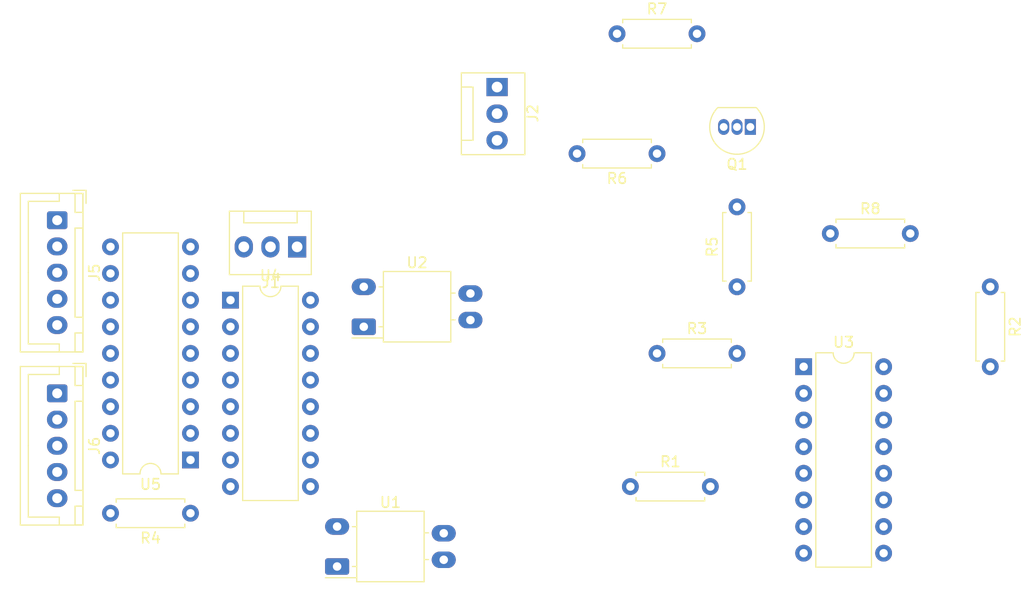
<source format=kicad_pcb>
(kicad_pcb (version 20171130) (host pcbnew "(5.1.0)-1")

  (general
    (thickness 1.6)
    (drawings 0)
    (tracks 0)
    (zones 0)
    (modules 18)
    (nets 31)
  )

  (page A4)
  (title_block
    (title "Inner Navball")
    (rev v01)
    (comment 4 "Author: Francois Gaudin")
  )

  (layers
    (0 F.Cu signal)
    (31 B.Cu signal)
    (32 B.Adhes user)
    (33 F.Adhes user)
    (34 B.Paste user)
    (35 F.Paste user)
    (36 B.SilkS user)
    (37 F.SilkS user)
    (38 B.Mask user)
    (39 F.Mask user)
    (40 Dwgs.User user)
    (41 Cmts.User user)
    (42 Eco1.User user)
    (43 Eco2.User user)
    (44 Edge.Cuts user)
    (45 Margin user)
    (46 B.CrtYd user)
    (47 F.CrtYd user)
    (48 B.Fab user)
    (49 F.Fab user)
  )

  (setup
    (last_trace_width 0.254)
    (trace_clearance 0.254)
    (zone_clearance 0.508)
    (zone_45_only no)
    (trace_min 0.2)
    (via_size 0.8)
    (via_drill 0.4)
    (via_min_size 0.4)
    (via_min_drill 0.3)
    (uvia_size 0.3)
    (uvia_drill 0.1)
    (uvias_allowed no)
    (uvia_min_size 0.2)
    (uvia_min_drill 0.1)
    (edge_width 0.05)
    (segment_width 0.2)
    (pcb_text_width 0.3)
    (pcb_text_size 1.5 1.5)
    (mod_edge_width 0.12)
    (mod_text_size 1 1)
    (mod_text_width 0.15)
    (pad_size 1.524 1.524)
    (pad_drill 0.762)
    (pad_to_mask_clearance 0.051)
    (solder_mask_min_width 0.25)
    (aux_axis_origin 0 0)
    (visible_elements 7FFFFFFF)
    (pcbplotparams
      (layerselection 0x010fc_ffffffff)
      (usegerberextensions false)
      (usegerberattributes false)
      (usegerberadvancedattributes false)
      (creategerberjobfile false)
      (excludeedgelayer true)
      (linewidth 0.100000)
      (plotframeref false)
      (viasonmask false)
      (mode 1)
      (useauxorigin false)
      (hpglpennumber 1)
      (hpglpenspeed 20)
      (hpglpendiameter 15.000000)
      (psnegative false)
      (psa4output false)
      (plotreference true)
      (plotvalue true)
      (plotinvisibletext false)
      (padsonsilk false)
      (subtractmaskfromsilk false)
      (outputformat 1)
      (mirror false)
      (drillshape 1)
      (scaleselection 1)
      (outputdirectory ""))
  )

  (net 0 "")
  (net 1 latch)
  (net 2 +5V)
  (net 3 GND)
  (net 4 serial_out)
  (net 5 clock)
  (net 6 serial_in)
  (net 7 "Net-(J5-Pad5)")
  (net 8 "Net-(J5-Pad4)")
  (net 9 "Net-(J5-Pad3)")
  (net 10 "Net-(J5-Pad2)")
  (net 11 "Net-(J6-Pad2)")
  (net 12 "Net-(J6-Pad3)")
  (net 13 "Net-(J6-Pad4)")
  (net 14 "Net-(J6-Pad5)")
  (net 15 "Net-(Q1-Pad3)")
  (net 16 "Net-(Q1-Pad1)")
  (net 17 "Net-(R1-Pad1)")
  (net 18 "Net-(R2-Pad1)")
  (net 19 "Net-(R3-Pad2)")
  (net 20 "Net-(R4-Pad1)")
  (net 21 "Net-(R5-Pad2)")
  (net 22 "Net-(R6-Pad1)")
  (net 23 "Net-(U4-Pad1)")
  (net 24 "Net-(U4-Pad2)")
  (net 25 "Net-(U4-Pad3)")
  (net 26 "Net-(U4-Pad4)")
  (net 27 "Net-(U4-Pad5)")
  (net 28 "Net-(U4-Pad6)")
  (net 29 "Net-(U4-Pad7)")
  (net 30 "Net-(U4-Pad15)")

  (net_class Default "This is the default net class."
    (clearance 0.254)
    (trace_width 0.254)
    (via_dia 0.8)
    (via_drill 0.4)
    (uvia_dia 0.3)
    (uvia_drill 0.1)
    (add_net GND)
    (add_net "Net-(J5-Pad2)")
    (add_net "Net-(J5-Pad3)")
    (add_net "Net-(J5-Pad4)")
    (add_net "Net-(J5-Pad5)")
    (add_net "Net-(J6-Pad2)")
    (add_net "Net-(J6-Pad3)")
    (add_net "Net-(J6-Pad4)")
    (add_net "Net-(J6-Pad5)")
    (add_net "Net-(Q1-Pad1)")
    (add_net "Net-(Q1-Pad3)")
    (add_net "Net-(R1-Pad1)")
    (add_net "Net-(R2-Pad1)")
    (add_net "Net-(R3-Pad2)")
    (add_net "Net-(R4-Pad1)")
    (add_net "Net-(R5-Pad2)")
    (add_net "Net-(R6-Pad1)")
    (add_net "Net-(U4-Pad1)")
    (add_net "Net-(U4-Pad15)")
    (add_net "Net-(U4-Pad2)")
    (add_net "Net-(U4-Pad3)")
    (add_net "Net-(U4-Pad4)")
    (add_net "Net-(U4-Pad5)")
    (add_net "Net-(U4-Pad6)")
    (add_net "Net-(U4-Pad7)")
    (add_net clock)
    (add_net latch)
    (add_net serial_in)
    (add_net serial_out)
  )

  (net_class power ""
    (clearance 0.254)
    (trace_width 0.254)
    (via_dia 0.8)
    (via_drill 0.4)
    (uvia_dia 0.3)
    (uvia_drill 0.1)
    (add_net +5V)
  )

  (module Connector:FanPinHeader_1x03_P2.54mm_Vertical (layer F.Cu) (tedit 5A19DCDF) (tstamp 5CA5A3C8)
    (at 171.45 66.04 180)
    (descr "3-pin CPU fan Through hole pin header, see http://www.formfactors.org/developer%5Cspecs%5Crev1_2_public.pdf")
    (tags "pin header 3-pin CPU fan")
    (path /5C96B123)
    (fp_text reference J1 (at 2.5 -3.4 180) (layer F.SilkS)
      (effects (font (size 1 1) (thickness 0.15)))
    )
    (fp_text value L5G (at 2.55 4.5 180) (layer F.Fab)
      (effects (font (size 1 1) (thickness 0.15)))
    )
    (fp_text user %R (at 2.45 1.8 180) (layer F.Fab)
      (effects (font (size 1 1) (thickness 0.15)))
    )
    (fp_line (start -1.35 3.4) (end -1.35 -2.65) (layer F.SilkS) (width 0.12))
    (fp_line (start -1.35 -2.65) (end 6.45 -2.65) (layer F.SilkS) (width 0.12))
    (fp_line (start 6.45 -2.65) (end 6.45 3.4) (layer F.SilkS) (width 0.12))
    (fp_line (start 6.45 3.4) (end -1.35 3.4) (layer F.SilkS) (width 0.12))
    (fp_line (start 5.05 3.3) (end 5.05 2.3) (layer F.Fab) (width 0.1))
    (fp_line (start 5.05 2.3) (end 0 2.3) (layer F.Fab) (width 0.1))
    (fp_line (start 0 2.3) (end 0 3.3) (layer F.Fab) (width 0.1))
    (fp_line (start -1.25 3.3) (end -1.25 -2.55) (layer F.Fab) (width 0.1))
    (fp_line (start -1.25 -2.55) (end 6.35 -2.55) (layer F.Fab) (width 0.1))
    (fp_line (start 6.35 -2.55) (end 6.35 3.3) (layer F.Fab) (width 0.1))
    (fp_line (start 6.35 3.3) (end -1.25 3.3) (layer F.Fab) (width 0.1))
    (fp_line (start 0 3.3) (end 0 2.29) (layer F.SilkS) (width 0.12))
    (fp_line (start 0 2.29) (end 5.08 2.29) (layer F.SilkS) (width 0.12))
    (fp_line (start 5.08 2.29) (end 5.08 3.3) (layer F.SilkS) (width 0.12))
    (fp_line (start -1.75 3.8) (end -1.75 -3.05) (layer F.CrtYd) (width 0.05))
    (fp_line (start -1.75 3.8) (end 6.85 3.8) (layer F.CrtYd) (width 0.05))
    (fp_line (start 6.85 -3.05) (end -1.75 -3.05) (layer F.CrtYd) (width 0.05))
    (fp_line (start 6.85 -3.05) (end 6.85 3.8) (layer F.CrtYd) (width 0.05))
    (pad 1 thru_hole rect (at 0 0 270) (size 2.03 1.73) (drill 1.02) (layers *.Cu *.Mask)
      (net 1 latch))
    (pad 2 thru_hole oval (at 2.54 0 270) (size 2.03 1.73) (drill 1.02) (layers *.Cu *.Mask)
      (net 2 +5V))
    (pad 3 thru_hole oval (at 5.08 0 270) (size 2.03 1.73) (drill 1.02) (layers *.Cu *.Mask)
      (net 3 GND))
    (model ${KISYS3DMOD}/Connector.3dshapes/FanPinHeader_1x03_P2.54mm_Vertical.wrl
      (at (xyz 0 0 0))
      (scale (xyz 1 1 1))
      (rotate (xyz 0 0 0))
    )
  )

  (module Connector:FanPinHeader_1x03_P2.54mm_Vertical (layer F.Cu) (tedit 5A19DCDF) (tstamp 5CA5A1D7)
    (at 190.5 50.8 270)
    (descr "3-pin CPU fan Through hole pin header, see http://www.formfactors.org/developer%5Cspecs%5Crev1_2_public.pdf")
    (tags "pin header 3-pin CPU fan")
    (path /5C96613B)
    (fp_text reference J2 (at 2.5 -3.4 270) (layer F.SilkS)
      (effects (font (size 1 1) (thickness 0.15)))
    )
    (fp_text value ICO (at 2.55 4.5 270) (layer F.Fab)
      (effects (font (size 1 1) (thickness 0.15)))
    )
    (fp_line (start 6.85 -3.05) (end 6.85 3.8) (layer F.CrtYd) (width 0.05))
    (fp_line (start 6.85 -3.05) (end -1.75 -3.05) (layer F.CrtYd) (width 0.05))
    (fp_line (start -1.75 3.8) (end 6.85 3.8) (layer F.CrtYd) (width 0.05))
    (fp_line (start -1.75 3.8) (end -1.75 -3.05) (layer F.CrtYd) (width 0.05))
    (fp_line (start 5.08 2.29) (end 5.08 3.3) (layer F.SilkS) (width 0.12))
    (fp_line (start 0 2.29) (end 5.08 2.29) (layer F.SilkS) (width 0.12))
    (fp_line (start 0 3.3) (end 0 2.29) (layer F.SilkS) (width 0.12))
    (fp_line (start 6.35 3.3) (end -1.25 3.3) (layer F.Fab) (width 0.1))
    (fp_line (start 6.35 -2.55) (end 6.35 3.3) (layer F.Fab) (width 0.1))
    (fp_line (start -1.25 -2.55) (end 6.35 -2.55) (layer F.Fab) (width 0.1))
    (fp_line (start -1.25 3.3) (end -1.25 -2.55) (layer F.Fab) (width 0.1))
    (fp_line (start 0 2.3) (end 0 3.3) (layer F.Fab) (width 0.1))
    (fp_line (start 5.05 2.3) (end 0 2.3) (layer F.Fab) (width 0.1))
    (fp_line (start 5.05 3.3) (end 5.05 2.3) (layer F.Fab) (width 0.1))
    (fp_line (start 6.45 3.4) (end -1.35 3.4) (layer F.SilkS) (width 0.12))
    (fp_line (start 6.45 -2.65) (end 6.45 3.4) (layer F.SilkS) (width 0.12))
    (fp_line (start -1.35 -2.65) (end 6.45 -2.65) (layer F.SilkS) (width 0.12))
    (fp_line (start -1.35 3.4) (end -1.35 -2.65) (layer F.SilkS) (width 0.12))
    (fp_text user %R (at 2.45 1.8 270) (layer F.Fab)
      (effects (font (size 1 1) (thickness 0.15)))
    )
    (pad 3 thru_hole oval (at 5.08 0) (size 2.03 1.73) (drill 1.02) (layers *.Cu *.Mask)
      (net 4 serial_out))
    (pad 2 thru_hole oval (at 2.54 0) (size 2.03 1.73) (drill 1.02) (layers *.Cu *.Mask)
      (net 5 clock))
    (pad 1 thru_hole rect (at 0 0) (size 2.03 1.73) (drill 1.02) (layers *.Cu *.Mask)
      (net 6 serial_in))
    (model ${KISYS3DMOD}/Connector.3dshapes/FanPinHeader_1x03_P2.54mm_Vertical.wrl
      (at (xyz 0 0 0))
      (scale (xyz 1 1 1))
      (rotate (xyz 0 0 0))
    )
  )

  (module Connector_JST:JST_XH_B5B-XH-A_1x05_P2.50mm_Vertical (layer F.Cu) (tedit 5C28146C) (tstamp 5CA5A203)
    (at 148.59 63.5 270)
    (descr "JST XH series connector, B5B-XH-A (http://www.jst-mfg.com/product/pdf/eng/eXH.pdf), generated with kicad-footprint-generator")
    (tags "connector JST XH vertical")
    (path /5C929DB9)
    (fp_text reference J5 (at 5 -3.55 270) (layer F.SilkS)
      (effects (font (size 1 1) (thickness 0.15)))
    )
    (fp_text value Motor1 (at 5 4.6 270) (layer F.Fab)
      (effects (font (size 1 1) (thickness 0.15)))
    )
    (fp_text user %R (at 5 2.7 270) (layer F.Fab)
      (effects (font (size 1 1) (thickness 0.15)))
    )
    (fp_line (start -2.85 -2.75) (end -2.85 -1.5) (layer F.SilkS) (width 0.12))
    (fp_line (start -1.6 -2.75) (end -2.85 -2.75) (layer F.SilkS) (width 0.12))
    (fp_line (start 11.8 2.75) (end 5 2.75) (layer F.SilkS) (width 0.12))
    (fp_line (start 11.8 -0.2) (end 11.8 2.75) (layer F.SilkS) (width 0.12))
    (fp_line (start 12.55 -0.2) (end 11.8 -0.2) (layer F.SilkS) (width 0.12))
    (fp_line (start -1.8 2.75) (end 5 2.75) (layer F.SilkS) (width 0.12))
    (fp_line (start -1.8 -0.2) (end -1.8 2.75) (layer F.SilkS) (width 0.12))
    (fp_line (start -2.55 -0.2) (end -1.8 -0.2) (layer F.SilkS) (width 0.12))
    (fp_line (start 12.55 -2.45) (end 10.75 -2.45) (layer F.SilkS) (width 0.12))
    (fp_line (start 12.55 -1.7) (end 12.55 -2.45) (layer F.SilkS) (width 0.12))
    (fp_line (start 10.75 -1.7) (end 12.55 -1.7) (layer F.SilkS) (width 0.12))
    (fp_line (start 10.75 -2.45) (end 10.75 -1.7) (layer F.SilkS) (width 0.12))
    (fp_line (start -0.75 -2.45) (end -2.55 -2.45) (layer F.SilkS) (width 0.12))
    (fp_line (start -0.75 -1.7) (end -0.75 -2.45) (layer F.SilkS) (width 0.12))
    (fp_line (start -2.55 -1.7) (end -0.75 -1.7) (layer F.SilkS) (width 0.12))
    (fp_line (start -2.55 -2.45) (end -2.55 -1.7) (layer F.SilkS) (width 0.12))
    (fp_line (start 9.25 -2.45) (end 0.75 -2.45) (layer F.SilkS) (width 0.12))
    (fp_line (start 9.25 -1.7) (end 9.25 -2.45) (layer F.SilkS) (width 0.12))
    (fp_line (start 0.75 -1.7) (end 9.25 -1.7) (layer F.SilkS) (width 0.12))
    (fp_line (start 0.75 -2.45) (end 0.75 -1.7) (layer F.SilkS) (width 0.12))
    (fp_line (start 0 -1.35) (end 0.625 -2.35) (layer F.Fab) (width 0.1))
    (fp_line (start -0.625 -2.35) (end 0 -1.35) (layer F.Fab) (width 0.1))
    (fp_line (start 12.95 -2.85) (end -2.95 -2.85) (layer F.CrtYd) (width 0.05))
    (fp_line (start 12.95 3.9) (end 12.95 -2.85) (layer F.CrtYd) (width 0.05))
    (fp_line (start -2.95 3.9) (end 12.95 3.9) (layer F.CrtYd) (width 0.05))
    (fp_line (start -2.95 -2.85) (end -2.95 3.9) (layer F.CrtYd) (width 0.05))
    (fp_line (start 12.56 -2.46) (end -2.56 -2.46) (layer F.SilkS) (width 0.12))
    (fp_line (start 12.56 3.51) (end 12.56 -2.46) (layer F.SilkS) (width 0.12))
    (fp_line (start -2.56 3.51) (end 12.56 3.51) (layer F.SilkS) (width 0.12))
    (fp_line (start -2.56 -2.46) (end -2.56 3.51) (layer F.SilkS) (width 0.12))
    (fp_line (start 12.45 -2.35) (end -2.45 -2.35) (layer F.Fab) (width 0.1))
    (fp_line (start 12.45 3.4) (end 12.45 -2.35) (layer F.Fab) (width 0.1))
    (fp_line (start -2.45 3.4) (end 12.45 3.4) (layer F.Fab) (width 0.1))
    (fp_line (start -2.45 -2.35) (end -2.45 3.4) (layer F.Fab) (width 0.1))
    (pad 5 thru_hole oval (at 10 0 270) (size 1.7 1.95) (drill 0.95) (layers *.Cu *.Mask)
      (net 7 "Net-(J5-Pad5)"))
    (pad 4 thru_hole oval (at 7.5 0 270) (size 1.7 1.95) (drill 0.95) (layers *.Cu *.Mask)
      (net 8 "Net-(J5-Pad4)"))
    (pad 3 thru_hole oval (at 5 0 270) (size 1.7 1.95) (drill 0.95) (layers *.Cu *.Mask)
      (net 9 "Net-(J5-Pad3)"))
    (pad 2 thru_hole oval (at 2.5 0 270) (size 1.7 1.95) (drill 0.95) (layers *.Cu *.Mask)
      (net 10 "Net-(J5-Pad2)"))
    (pad 1 thru_hole roundrect (at 0 0 270) (size 1.7 1.95) (drill 0.95) (layers *.Cu *.Mask) (roundrect_rratio 0.147059)
      (net 2 +5V))
    (model ${KISYS3DMOD}/Connector_JST.3dshapes/JST_XH_B5B-XH-A_1x05_P2.50mm_Vertical.wrl
      (at (xyz 0 0 0))
      (scale (xyz 1 1 1))
      (rotate (xyz 0 0 0))
    )
  )

  (module Connector_JST:JST_XH_B5B-XH-A_1x05_P2.50mm_Vertical (layer F.Cu) (tedit 5C28146C) (tstamp 5CA5A9C3)
    (at 148.59 80.01 270)
    (descr "JST XH series connector, B5B-XH-A (http://www.jst-mfg.com/product/pdf/eng/eXH.pdf), generated with kicad-footprint-generator")
    (tags "connector JST XH vertical")
    (path /5C937EC4)
    (fp_text reference J6 (at 5 -3.55 270) (layer F.SilkS)
      (effects (font (size 1 1) (thickness 0.15)))
    )
    (fp_text value Motor2 (at 5 4.6 270) (layer F.Fab)
      (effects (font (size 1 1) (thickness 0.15)))
    )
    (fp_line (start -2.45 -2.35) (end -2.45 3.4) (layer F.Fab) (width 0.1))
    (fp_line (start -2.45 3.4) (end 12.45 3.4) (layer F.Fab) (width 0.1))
    (fp_line (start 12.45 3.4) (end 12.45 -2.35) (layer F.Fab) (width 0.1))
    (fp_line (start 12.45 -2.35) (end -2.45 -2.35) (layer F.Fab) (width 0.1))
    (fp_line (start -2.56 -2.46) (end -2.56 3.51) (layer F.SilkS) (width 0.12))
    (fp_line (start -2.56 3.51) (end 12.56 3.51) (layer F.SilkS) (width 0.12))
    (fp_line (start 12.56 3.51) (end 12.56 -2.46) (layer F.SilkS) (width 0.12))
    (fp_line (start 12.56 -2.46) (end -2.56 -2.46) (layer F.SilkS) (width 0.12))
    (fp_line (start -2.95 -2.85) (end -2.95 3.9) (layer F.CrtYd) (width 0.05))
    (fp_line (start -2.95 3.9) (end 12.95 3.9) (layer F.CrtYd) (width 0.05))
    (fp_line (start 12.95 3.9) (end 12.95 -2.85) (layer F.CrtYd) (width 0.05))
    (fp_line (start 12.95 -2.85) (end -2.95 -2.85) (layer F.CrtYd) (width 0.05))
    (fp_line (start -0.625 -2.35) (end 0 -1.35) (layer F.Fab) (width 0.1))
    (fp_line (start 0 -1.35) (end 0.625 -2.35) (layer F.Fab) (width 0.1))
    (fp_line (start 0.75 -2.45) (end 0.75 -1.7) (layer F.SilkS) (width 0.12))
    (fp_line (start 0.75 -1.7) (end 9.25 -1.7) (layer F.SilkS) (width 0.12))
    (fp_line (start 9.25 -1.7) (end 9.25 -2.45) (layer F.SilkS) (width 0.12))
    (fp_line (start 9.25 -2.45) (end 0.75 -2.45) (layer F.SilkS) (width 0.12))
    (fp_line (start -2.55 -2.45) (end -2.55 -1.7) (layer F.SilkS) (width 0.12))
    (fp_line (start -2.55 -1.7) (end -0.75 -1.7) (layer F.SilkS) (width 0.12))
    (fp_line (start -0.75 -1.7) (end -0.75 -2.45) (layer F.SilkS) (width 0.12))
    (fp_line (start -0.75 -2.45) (end -2.55 -2.45) (layer F.SilkS) (width 0.12))
    (fp_line (start 10.75 -2.45) (end 10.75 -1.7) (layer F.SilkS) (width 0.12))
    (fp_line (start 10.75 -1.7) (end 12.55 -1.7) (layer F.SilkS) (width 0.12))
    (fp_line (start 12.55 -1.7) (end 12.55 -2.45) (layer F.SilkS) (width 0.12))
    (fp_line (start 12.55 -2.45) (end 10.75 -2.45) (layer F.SilkS) (width 0.12))
    (fp_line (start -2.55 -0.2) (end -1.8 -0.2) (layer F.SilkS) (width 0.12))
    (fp_line (start -1.8 -0.2) (end -1.8 2.75) (layer F.SilkS) (width 0.12))
    (fp_line (start -1.8 2.75) (end 5 2.75) (layer F.SilkS) (width 0.12))
    (fp_line (start 12.55 -0.2) (end 11.8 -0.2) (layer F.SilkS) (width 0.12))
    (fp_line (start 11.8 -0.2) (end 11.8 2.75) (layer F.SilkS) (width 0.12))
    (fp_line (start 11.8 2.75) (end 5 2.75) (layer F.SilkS) (width 0.12))
    (fp_line (start -1.6 -2.75) (end -2.85 -2.75) (layer F.SilkS) (width 0.12))
    (fp_line (start -2.85 -2.75) (end -2.85 -1.5) (layer F.SilkS) (width 0.12))
    (fp_text user %R (at 5 2.7 270) (layer F.Fab)
      (effects (font (size 1 1) (thickness 0.15)))
    )
    (pad 1 thru_hole roundrect (at 0 0 270) (size 1.7 1.95) (drill 0.95) (layers *.Cu *.Mask) (roundrect_rratio 0.147059)
      (net 2 +5V))
    (pad 2 thru_hole oval (at 2.5 0 270) (size 1.7 1.95) (drill 0.95) (layers *.Cu *.Mask)
      (net 11 "Net-(J6-Pad2)"))
    (pad 3 thru_hole oval (at 5 0 270) (size 1.7 1.95) (drill 0.95) (layers *.Cu *.Mask)
      (net 12 "Net-(J6-Pad3)"))
    (pad 4 thru_hole oval (at 7.5 0 270) (size 1.7 1.95) (drill 0.95) (layers *.Cu *.Mask)
      (net 13 "Net-(J6-Pad4)"))
    (pad 5 thru_hole oval (at 10 0 270) (size 1.7 1.95) (drill 0.95) (layers *.Cu *.Mask)
      (net 14 "Net-(J6-Pad5)"))
    (model ${KISYS3DMOD}/Connector_JST.3dshapes/JST_XH_B5B-XH-A_1x05_P2.50mm_Vertical.wrl
      (at (xyz 0 0 0))
      (scale (xyz 1 1 1))
      (rotate (xyz 0 0 0))
    )
  )

  (module Package_TO_SOT_THT:TO-92_Inline (layer F.Cu) (tedit 5A1DD157) (tstamp 5CA5A241)
    (at 214.63 54.61 180)
    (descr "TO-92 leads in-line, narrow, oval pads, drill 0.75mm (see NXP sot054_po.pdf)")
    (tags "to-92 sc-43 sc-43a sot54 PA33 transistor")
    (path /5CA6234B)
    (fp_text reference Q1 (at 1.27 -3.56 180) (layer F.SilkS)
      (effects (font (size 1 1) (thickness 0.15)))
    )
    (fp_text value 2N3904 (at 1.27 2.79) (layer F.Fab)
      (effects (font (size 1 1) (thickness 0.15)))
    )
    (fp_text user %R (at 1.27 -3.56 180) (layer F.Fab)
      (effects (font (size 1 1) (thickness 0.15)))
    )
    (fp_line (start -0.53 1.85) (end 3.07 1.85) (layer F.SilkS) (width 0.12))
    (fp_line (start -0.5 1.75) (end 3 1.75) (layer F.Fab) (width 0.1))
    (fp_line (start -1.46 -2.73) (end 4 -2.73) (layer F.CrtYd) (width 0.05))
    (fp_line (start -1.46 -2.73) (end -1.46 2.01) (layer F.CrtYd) (width 0.05))
    (fp_line (start 4 2.01) (end 4 -2.73) (layer F.CrtYd) (width 0.05))
    (fp_line (start 4 2.01) (end -1.46 2.01) (layer F.CrtYd) (width 0.05))
    (fp_arc (start 1.27 0) (end 1.27 -2.48) (angle 135) (layer F.Fab) (width 0.1))
    (fp_arc (start 1.27 0) (end 1.27 -2.6) (angle -135) (layer F.SilkS) (width 0.12))
    (fp_arc (start 1.27 0) (end 1.27 -2.48) (angle -135) (layer F.Fab) (width 0.1))
    (fp_arc (start 1.27 0) (end 1.27 -2.6) (angle 135) (layer F.SilkS) (width 0.12))
    (pad 2 thru_hole oval (at 1.27 0 180) (size 1.05 1.5) (drill 0.75) (layers *.Cu *.Mask)
      (net 1 latch))
    (pad 3 thru_hole oval (at 2.54 0 180) (size 1.05 1.5) (drill 0.75) (layers *.Cu *.Mask)
      (net 15 "Net-(Q1-Pad3)"))
    (pad 1 thru_hole rect (at 0 0 180) (size 1.05 1.5) (drill 0.75) (layers *.Cu *.Mask)
      (net 16 "Net-(Q1-Pad1)"))
    (model ${KISYS3DMOD}/Package_TO_SOT_THT.3dshapes/TO-92_Inline.wrl
      (at (xyz 0 0 0))
      (scale (xyz 1 1 1))
      (rotate (xyz 0 0 0))
    )
  )

  (module Resistor_THT:R_Axial_DIN0207_L6.3mm_D2.5mm_P7.62mm_Horizontal (layer F.Cu) (tedit 5AE5139B) (tstamp 5CA5AE49)
    (at 203.2 88.9)
    (descr "Resistor, Axial_DIN0207 series, Axial, Horizontal, pin pitch=7.62mm, 0.25W = 1/4W, length*diameter=6.3*2.5mm^2, http://cdn-reichelt.de/documents/datenblatt/B400/1_4W%23YAG.pdf")
    (tags "Resistor Axial_DIN0207 series Axial Horizontal pin pitch 7.62mm 0.25W = 1/4W length 6.3mm diameter 2.5mm")
    (path /5CA504CA)
    (fp_text reference R1 (at 3.81 -2.37) (layer F.SilkS)
      (effects (font (size 1 1) (thickness 0.15)))
    )
    (fp_text value 330 (at 3.81 2.37) (layer F.Fab)
      (effects (font (size 1 1) (thickness 0.15)))
    )
    (fp_line (start 0.66 -1.25) (end 0.66 1.25) (layer F.Fab) (width 0.1))
    (fp_line (start 0.66 1.25) (end 6.96 1.25) (layer F.Fab) (width 0.1))
    (fp_line (start 6.96 1.25) (end 6.96 -1.25) (layer F.Fab) (width 0.1))
    (fp_line (start 6.96 -1.25) (end 0.66 -1.25) (layer F.Fab) (width 0.1))
    (fp_line (start 0 0) (end 0.66 0) (layer F.Fab) (width 0.1))
    (fp_line (start 7.62 0) (end 6.96 0) (layer F.Fab) (width 0.1))
    (fp_line (start 0.54 -1.04) (end 0.54 -1.37) (layer F.SilkS) (width 0.12))
    (fp_line (start 0.54 -1.37) (end 7.08 -1.37) (layer F.SilkS) (width 0.12))
    (fp_line (start 7.08 -1.37) (end 7.08 -1.04) (layer F.SilkS) (width 0.12))
    (fp_line (start 0.54 1.04) (end 0.54 1.37) (layer F.SilkS) (width 0.12))
    (fp_line (start 0.54 1.37) (end 7.08 1.37) (layer F.SilkS) (width 0.12))
    (fp_line (start 7.08 1.37) (end 7.08 1.04) (layer F.SilkS) (width 0.12))
    (fp_line (start -1.05 -1.5) (end -1.05 1.5) (layer F.CrtYd) (width 0.05))
    (fp_line (start -1.05 1.5) (end 8.67 1.5) (layer F.CrtYd) (width 0.05))
    (fp_line (start 8.67 1.5) (end 8.67 -1.5) (layer F.CrtYd) (width 0.05))
    (fp_line (start 8.67 -1.5) (end -1.05 -1.5) (layer F.CrtYd) (width 0.05))
    (fp_text user %R (at 3.81 0) (layer F.Fab)
      (effects (font (size 1 1) (thickness 0.15)))
    )
    (pad 1 thru_hole circle (at 0 0) (size 1.6 1.6) (drill 0.8) (layers *.Cu *.Mask)
      (net 17 "Net-(R1-Pad1)"))
    (pad 2 thru_hole oval (at 7.62 0) (size 1.6 1.6) (drill 0.8) (layers *.Cu *.Mask)
      (net 2 +5V))
    (model ${KISYS3DMOD}/Resistor_THT.3dshapes/R_Axial_DIN0207_L6.3mm_D2.5mm_P7.62mm_Horizontal.wrl
      (at (xyz 0 0 0))
      (scale (xyz 1 1 1))
      (rotate (xyz 0 0 0))
    )
  )

  (module Resistor_THT:R_Axial_DIN0207_L6.3mm_D2.5mm_P7.62mm_Horizontal (layer F.Cu) (tedit 5AE5139B) (tstamp 5CA5A26F)
    (at 237.49 69.85 270)
    (descr "Resistor, Axial_DIN0207 series, Axial, Horizontal, pin pitch=7.62mm, 0.25W = 1/4W, length*diameter=6.3*2.5mm^2, http://cdn-reichelt.de/documents/datenblatt/B400/1_4W%23YAG.pdf")
    (tags "Resistor Axial_DIN0207 series Axial Horizontal pin pitch 7.62mm 0.25W = 1/4W length 6.3mm diameter 2.5mm")
    (path /5CA02A61)
    (fp_text reference R2 (at 3.81 -2.37 270) (layer F.SilkS)
      (effects (font (size 1 1) (thickness 0.15)))
    )
    (fp_text value 330 (at 3.81 2.37 270) (layer F.Fab)
      (effects (font (size 1 1) (thickness 0.15)))
    )
    (fp_text user %R (at 3.81 0 270) (layer F.Fab)
      (effects (font (size 1 1) (thickness 0.15)))
    )
    (fp_line (start 8.67 -1.5) (end -1.05 -1.5) (layer F.CrtYd) (width 0.05))
    (fp_line (start 8.67 1.5) (end 8.67 -1.5) (layer F.CrtYd) (width 0.05))
    (fp_line (start -1.05 1.5) (end 8.67 1.5) (layer F.CrtYd) (width 0.05))
    (fp_line (start -1.05 -1.5) (end -1.05 1.5) (layer F.CrtYd) (width 0.05))
    (fp_line (start 7.08 1.37) (end 7.08 1.04) (layer F.SilkS) (width 0.12))
    (fp_line (start 0.54 1.37) (end 7.08 1.37) (layer F.SilkS) (width 0.12))
    (fp_line (start 0.54 1.04) (end 0.54 1.37) (layer F.SilkS) (width 0.12))
    (fp_line (start 7.08 -1.37) (end 7.08 -1.04) (layer F.SilkS) (width 0.12))
    (fp_line (start 0.54 -1.37) (end 7.08 -1.37) (layer F.SilkS) (width 0.12))
    (fp_line (start 0.54 -1.04) (end 0.54 -1.37) (layer F.SilkS) (width 0.12))
    (fp_line (start 7.62 0) (end 6.96 0) (layer F.Fab) (width 0.1))
    (fp_line (start 0 0) (end 0.66 0) (layer F.Fab) (width 0.1))
    (fp_line (start 6.96 -1.25) (end 0.66 -1.25) (layer F.Fab) (width 0.1))
    (fp_line (start 6.96 1.25) (end 6.96 -1.25) (layer F.Fab) (width 0.1))
    (fp_line (start 0.66 1.25) (end 6.96 1.25) (layer F.Fab) (width 0.1))
    (fp_line (start 0.66 -1.25) (end 0.66 1.25) (layer F.Fab) (width 0.1))
    (pad 2 thru_hole oval (at 7.62 0 270) (size 1.6 1.6) (drill 0.8) (layers *.Cu *.Mask)
      (net 2 +5V))
    (pad 1 thru_hole circle (at 0 0 270) (size 1.6 1.6) (drill 0.8) (layers *.Cu *.Mask)
      (net 18 "Net-(R2-Pad1)"))
    (model ${KISYS3DMOD}/Resistor_THT.3dshapes/R_Axial_DIN0207_L6.3mm_D2.5mm_P7.62mm_Horizontal.wrl
      (at (xyz 0 0 0))
      (scale (xyz 1 1 1))
      (rotate (xyz 0 0 0))
    )
  )

  (module Resistor_THT:R_Axial_DIN0207_L6.3mm_D2.5mm_P7.62mm_Horizontal (layer F.Cu) (tedit 5AE5139B) (tstamp 5CA5A286)
    (at 205.74 76.2)
    (descr "Resistor, Axial_DIN0207 series, Axial, Horizontal, pin pitch=7.62mm, 0.25W = 1/4W, length*diameter=6.3*2.5mm^2, http://cdn-reichelt.de/documents/datenblatt/B400/1_4W%23YAG.pdf")
    (tags "Resistor Axial_DIN0207 series Axial Horizontal pin pitch 7.62mm 0.25W = 1/4W length 6.3mm diameter 2.5mm")
    (path /5CA504E8)
    (fp_text reference R3 (at 3.81 -2.37) (layer F.SilkS)
      (effects (font (size 1 1) (thickness 0.15)))
    )
    (fp_text value 1k (at 3.81 2.37) (layer F.Fab)
      (effects (font (size 1 1) (thickness 0.15)))
    )
    (fp_text user %R (at 3.81 0) (layer F.Fab)
      (effects (font (size 1 1) (thickness 0.15)))
    )
    (fp_line (start 8.67 -1.5) (end -1.05 -1.5) (layer F.CrtYd) (width 0.05))
    (fp_line (start 8.67 1.5) (end 8.67 -1.5) (layer F.CrtYd) (width 0.05))
    (fp_line (start -1.05 1.5) (end 8.67 1.5) (layer F.CrtYd) (width 0.05))
    (fp_line (start -1.05 -1.5) (end -1.05 1.5) (layer F.CrtYd) (width 0.05))
    (fp_line (start 7.08 1.37) (end 7.08 1.04) (layer F.SilkS) (width 0.12))
    (fp_line (start 0.54 1.37) (end 7.08 1.37) (layer F.SilkS) (width 0.12))
    (fp_line (start 0.54 1.04) (end 0.54 1.37) (layer F.SilkS) (width 0.12))
    (fp_line (start 7.08 -1.37) (end 7.08 -1.04) (layer F.SilkS) (width 0.12))
    (fp_line (start 0.54 -1.37) (end 7.08 -1.37) (layer F.SilkS) (width 0.12))
    (fp_line (start 0.54 -1.04) (end 0.54 -1.37) (layer F.SilkS) (width 0.12))
    (fp_line (start 7.62 0) (end 6.96 0) (layer F.Fab) (width 0.1))
    (fp_line (start 0 0) (end 0.66 0) (layer F.Fab) (width 0.1))
    (fp_line (start 6.96 -1.25) (end 0.66 -1.25) (layer F.Fab) (width 0.1))
    (fp_line (start 6.96 1.25) (end 6.96 -1.25) (layer F.Fab) (width 0.1))
    (fp_line (start 0.66 1.25) (end 6.96 1.25) (layer F.Fab) (width 0.1))
    (fp_line (start 0.66 -1.25) (end 0.66 1.25) (layer F.Fab) (width 0.1))
    (pad 2 thru_hole oval (at 7.62 0) (size 1.6 1.6) (drill 0.8) (layers *.Cu *.Mask)
      (net 19 "Net-(R3-Pad2)"))
    (pad 1 thru_hole circle (at 0 0) (size 1.6 1.6) (drill 0.8) (layers *.Cu *.Mask)
      (net 2 +5V))
    (model ${KISYS3DMOD}/Resistor_THT.3dshapes/R_Axial_DIN0207_L6.3mm_D2.5mm_P7.62mm_Horizontal.wrl
      (at (xyz 0 0 0))
      (scale (xyz 1 1 1))
      (rotate (xyz 0 0 0))
    )
  )

  (module Resistor_THT:R_Axial_DIN0207_L6.3mm_D2.5mm_P7.62mm_Horizontal (layer F.Cu) (tedit 5AE5139B) (tstamp 5CA5A29D)
    (at 161.29 91.44 180)
    (descr "Resistor, Axial_DIN0207 series, Axial, Horizontal, pin pitch=7.62mm, 0.25W = 1/4W, length*diameter=6.3*2.5mm^2, http://cdn-reichelt.de/documents/datenblatt/B400/1_4W%23YAG.pdf")
    (tags "Resistor Axial_DIN0207 series Axial Horizontal pin pitch 7.62mm 0.25W = 1/4W length 6.3mm diameter 2.5mm")
    (path /5CA504D9)
    (fp_text reference R4 (at 3.81 -2.37 180) (layer F.SilkS)
      (effects (font (size 1 1) (thickness 0.15)))
    )
    (fp_text value 10k (at 3.81 2.37 180) (layer F.Fab)
      (effects (font (size 1 1) (thickness 0.15)))
    )
    (fp_line (start 0.66 -1.25) (end 0.66 1.25) (layer F.Fab) (width 0.1))
    (fp_line (start 0.66 1.25) (end 6.96 1.25) (layer F.Fab) (width 0.1))
    (fp_line (start 6.96 1.25) (end 6.96 -1.25) (layer F.Fab) (width 0.1))
    (fp_line (start 6.96 -1.25) (end 0.66 -1.25) (layer F.Fab) (width 0.1))
    (fp_line (start 0 0) (end 0.66 0) (layer F.Fab) (width 0.1))
    (fp_line (start 7.62 0) (end 6.96 0) (layer F.Fab) (width 0.1))
    (fp_line (start 0.54 -1.04) (end 0.54 -1.37) (layer F.SilkS) (width 0.12))
    (fp_line (start 0.54 -1.37) (end 7.08 -1.37) (layer F.SilkS) (width 0.12))
    (fp_line (start 7.08 -1.37) (end 7.08 -1.04) (layer F.SilkS) (width 0.12))
    (fp_line (start 0.54 1.04) (end 0.54 1.37) (layer F.SilkS) (width 0.12))
    (fp_line (start 0.54 1.37) (end 7.08 1.37) (layer F.SilkS) (width 0.12))
    (fp_line (start 7.08 1.37) (end 7.08 1.04) (layer F.SilkS) (width 0.12))
    (fp_line (start -1.05 -1.5) (end -1.05 1.5) (layer F.CrtYd) (width 0.05))
    (fp_line (start -1.05 1.5) (end 8.67 1.5) (layer F.CrtYd) (width 0.05))
    (fp_line (start 8.67 1.5) (end 8.67 -1.5) (layer F.CrtYd) (width 0.05))
    (fp_line (start 8.67 -1.5) (end -1.05 -1.5) (layer F.CrtYd) (width 0.05))
    (fp_text user %R (at 3.81 0 180) (layer F.Fab)
      (effects (font (size 1 1) (thickness 0.15)))
    )
    (pad 1 thru_hole circle (at 0 0 180) (size 1.6 1.6) (drill 0.8) (layers *.Cu *.Mask)
      (net 20 "Net-(R4-Pad1)"))
    (pad 2 thru_hole oval (at 7.62 0 180) (size 1.6 1.6) (drill 0.8) (layers *.Cu *.Mask)
      (net 3 GND))
    (model ${KISYS3DMOD}/Resistor_THT.3dshapes/R_Axial_DIN0207_L6.3mm_D2.5mm_P7.62mm_Horizontal.wrl
      (at (xyz 0 0 0))
      (scale (xyz 1 1 1))
      (rotate (xyz 0 0 0))
    )
  )

  (module Resistor_THT:R_Axial_DIN0207_L6.3mm_D2.5mm_P7.62mm_Horizontal (layer F.Cu) (tedit 5AE5139B) (tstamp 5CA5A2B4)
    (at 213.36 69.85 90)
    (descr "Resistor, Axial_DIN0207 series, Axial, Horizontal, pin pitch=7.62mm, 0.25W = 1/4W, length*diameter=6.3*2.5mm^2, http://cdn-reichelt.de/documents/datenblatt/B400/1_4W%23YAG.pdf")
    (tags "Resistor Axial_DIN0207 series Axial Horizontal pin pitch 7.62mm 0.25W = 1/4W length 6.3mm diameter 2.5mm")
    (path /5CA35345)
    (fp_text reference R5 (at 3.81 -2.37 90) (layer F.SilkS)
      (effects (font (size 1 1) (thickness 0.15)))
    )
    (fp_text value 1k (at 3.81 2.37 90) (layer F.Fab)
      (effects (font (size 1 1) (thickness 0.15)))
    )
    (fp_text user %R (at 3.81 0 90) (layer F.Fab)
      (effects (font (size 1 1) (thickness 0.15)))
    )
    (fp_line (start 8.67 -1.5) (end -1.05 -1.5) (layer F.CrtYd) (width 0.05))
    (fp_line (start 8.67 1.5) (end 8.67 -1.5) (layer F.CrtYd) (width 0.05))
    (fp_line (start -1.05 1.5) (end 8.67 1.5) (layer F.CrtYd) (width 0.05))
    (fp_line (start -1.05 -1.5) (end -1.05 1.5) (layer F.CrtYd) (width 0.05))
    (fp_line (start 7.08 1.37) (end 7.08 1.04) (layer F.SilkS) (width 0.12))
    (fp_line (start 0.54 1.37) (end 7.08 1.37) (layer F.SilkS) (width 0.12))
    (fp_line (start 0.54 1.04) (end 0.54 1.37) (layer F.SilkS) (width 0.12))
    (fp_line (start 7.08 -1.37) (end 7.08 -1.04) (layer F.SilkS) (width 0.12))
    (fp_line (start 0.54 -1.37) (end 7.08 -1.37) (layer F.SilkS) (width 0.12))
    (fp_line (start 0.54 -1.04) (end 0.54 -1.37) (layer F.SilkS) (width 0.12))
    (fp_line (start 7.62 0) (end 6.96 0) (layer F.Fab) (width 0.1))
    (fp_line (start 0 0) (end 0.66 0) (layer F.Fab) (width 0.1))
    (fp_line (start 6.96 -1.25) (end 0.66 -1.25) (layer F.Fab) (width 0.1))
    (fp_line (start 6.96 1.25) (end 6.96 -1.25) (layer F.Fab) (width 0.1))
    (fp_line (start 0.66 1.25) (end 6.96 1.25) (layer F.Fab) (width 0.1))
    (fp_line (start 0.66 -1.25) (end 0.66 1.25) (layer F.Fab) (width 0.1))
    (pad 2 thru_hole oval (at 7.62 0 90) (size 1.6 1.6) (drill 0.8) (layers *.Cu *.Mask)
      (net 21 "Net-(R5-Pad2)"))
    (pad 1 thru_hole circle (at 0 0 90) (size 1.6 1.6) (drill 0.8) (layers *.Cu *.Mask)
      (net 2 +5V))
    (model ${KISYS3DMOD}/Resistor_THT.3dshapes/R_Axial_DIN0207_L6.3mm_D2.5mm_P7.62mm_Horizontal.wrl
      (at (xyz 0 0 0))
      (scale (xyz 1 1 1))
      (rotate (xyz 0 0 0))
    )
  )

  (module Resistor_THT:R_Axial_DIN0207_L6.3mm_D2.5mm_P7.62mm_Horizontal (layer F.Cu) (tedit 5AE5139B) (tstamp 5CA5A2CB)
    (at 205.74 57.15 180)
    (descr "Resistor, Axial_DIN0207 series, Axial, Horizontal, pin pitch=7.62mm, 0.25W = 1/4W, length*diameter=6.3*2.5mm^2, http://cdn-reichelt.de/documents/datenblatt/B400/1_4W%23YAG.pdf")
    (tags "Resistor Axial_DIN0207 series Axial Horizontal pin pitch 7.62mm 0.25W = 1/4W length 6.3mm diameter 2.5mm")
    (path /5CA1C829)
    (fp_text reference R6 (at 3.81 -2.37 180) (layer F.SilkS)
      (effects (font (size 1 1) (thickness 0.15)))
    )
    (fp_text value 10k (at 3.81 2.37 180) (layer F.Fab)
      (effects (font (size 1 1) (thickness 0.15)))
    )
    (fp_line (start 0.66 -1.25) (end 0.66 1.25) (layer F.Fab) (width 0.1))
    (fp_line (start 0.66 1.25) (end 6.96 1.25) (layer F.Fab) (width 0.1))
    (fp_line (start 6.96 1.25) (end 6.96 -1.25) (layer F.Fab) (width 0.1))
    (fp_line (start 6.96 -1.25) (end 0.66 -1.25) (layer F.Fab) (width 0.1))
    (fp_line (start 0 0) (end 0.66 0) (layer F.Fab) (width 0.1))
    (fp_line (start 7.62 0) (end 6.96 0) (layer F.Fab) (width 0.1))
    (fp_line (start 0.54 -1.04) (end 0.54 -1.37) (layer F.SilkS) (width 0.12))
    (fp_line (start 0.54 -1.37) (end 7.08 -1.37) (layer F.SilkS) (width 0.12))
    (fp_line (start 7.08 -1.37) (end 7.08 -1.04) (layer F.SilkS) (width 0.12))
    (fp_line (start 0.54 1.04) (end 0.54 1.37) (layer F.SilkS) (width 0.12))
    (fp_line (start 0.54 1.37) (end 7.08 1.37) (layer F.SilkS) (width 0.12))
    (fp_line (start 7.08 1.37) (end 7.08 1.04) (layer F.SilkS) (width 0.12))
    (fp_line (start -1.05 -1.5) (end -1.05 1.5) (layer F.CrtYd) (width 0.05))
    (fp_line (start -1.05 1.5) (end 8.67 1.5) (layer F.CrtYd) (width 0.05))
    (fp_line (start 8.67 1.5) (end 8.67 -1.5) (layer F.CrtYd) (width 0.05))
    (fp_line (start 8.67 -1.5) (end -1.05 -1.5) (layer F.CrtYd) (width 0.05))
    (fp_text user %R (at 3.81 0 180) (layer F.Fab)
      (effects (font (size 1 1) (thickness 0.15)))
    )
    (pad 1 thru_hole circle (at 0 0 180) (size 1.6 1.6) (drill 0.8) (layers *.Cu *.Mask)
      (net 22 "Net-(R6-Pad1)"))
    (pad 2 thru_hole oval (at 7.62 0 180) (size 1.6 1.6) (drill 0.8) (layers *.Cu *.Mask)
      (net 3 GND))
    (model ${KISYS3DMOD}/Resistor_THT.3dshapes/R_Axial_DIN0207_L6.3mm_D2.5mm_P7.62mm_Horizontal.wrl
      (at (xyz 0 0 0))
      (scale (xyz 1 1 1))
      (rotate (xyz 0 0 0))
    )
  )

  (module Resistor_THT:R_Axial_DIN0207_L6.3mm_D2.5mm_P7.62mm_Horizontal (layer F.Cu) (tedit 5AE5139B) (tstamp 5CA5A2E2)
    (at 201.93 45.72)
    (descr "Resistor, Axial_DIN0207 series, Axial, Horizontal, pin pitch=7.62mm, 0.25W = 1/4W, length*diameter=6.3*2.5mm^2, http://cdn-reichelt.de/documents/datenblatt/B400/1_4W%23YAG.pdf")
    (tags "Resistor Axial_DIN0207 series Axial Horizontal pin pitch 7.62mm 0.25W = 1/4W length 6.3mm diameter 2.5mm")
    (path /5CA40983)
    (fp_text reference R7 (at 3.81 -2.37) (layer F.SilkS)
      (effects (font (size 1 1) (thickness 0.15)))
    )
    (fp_text value 1k (at 3.81 2.37) (layer F.Fab)
      (effects (font (size 1 1) (thickness 0.15)))
    )
    (fp_text user %R (at 3.81 0) (layer F.Fab)
      (effects (font (size 1 1) (thickness 0.15)))
    )
    (fp_line (start 8.67 -1.5) (end -1.05 -1.5) (layer F.CrtYd) (width 0.05))
    (fp_line (start 8.67 1.5) (end 8.67 -1.5) (layer F.CrtYd) (width 0.05))
    (fp_line (start -1.05 1.5) (end 8.67 1.5) (layer F.CrtYd) (width 0.05))
    (fp_line (start -1.05 -1.5) (end -1.05 1.5) (layer F.CrtYd) (width 0.05))
    (fp_line (start 7.08 1.37) (end 7.08 1.04) (layer F.SilkS) (width 0.12))
    (fp_line (start 0.54 1.37) (end 7.08 1.37) (layer F.SilkS) (width 0.12))
    (fp_line (start 0.54 1.04) (end 0.54 1.37) (layer F.SilkS) (width 0.12))
    (fp_line (start 7.08 -1.37) (end 7.08 -1.04) (layer F.SilkS) (width 0.12))
    (fp_line (start 0.54 -1.37) (end 7.08 -1.37) (layer F.SilkS) (width 0.12))
    (fp_line (start 0.54 -1.04) (end 0.54 -1.37) (layer F.SilkS) (width 0.12))
    (fp_line (start 7.62 0) (end 6.96 0) (layer F.Fab) (width 0.1))
    (fp_line (start 0 0) (end 0.66 0) (layer F.Fab) (width 0.1))
    (fp_line (start 6.96 -1.25) (end 0.66 -1.25) (layer F.Fab) (width 0.1))
    (fp_line (start 6.96 1.25) (end 6.96 -1.25) (layer F.Fab) (width 0.1))
    (fp_line (start 0.66 1.25) (end 6.96 1.25) (layer F.Fab) (width 0.1))
    (fp_line (start 0.66 -1.25) (end 0.66 1.25) (layer F.Fab) (width 0.1))
    (pad 2 thru_hole oval (at 7.62 0) (size 1.6 1.6) (drill 0.8) (layers *.Cu *.Mask)
      (net 16 "Net-(Q1-Pad1)"))
    (pad 1 thru_hole circle (at 0 0) (size 1.6 1.6) (drill 0.8) (layers *.Cu *.Mask)
      (net 3 GND))
    (model ${KISYS3DMOD}/Resistor_THT.3dshapes/R_Axial_DIN0207_L6.3mm_D2.5mm_P7.62mm_Horizontal.wrl
      (at (xyz 0 0 0))
      (scale (xyz 1 1 1))
      (rotate (xyz 0 0 0))
    )
  )

  (module Resistor_THT:R_Axial_DIN0207_L6.3mm_D2.5mm_P7.62mm_Horizontal (layer F.Cu) (tedit 5AE5139B) (tstamp 5CA5A9F1)
    (at 222.25 64.77)
    (descr "Resistor, Axial_DIN0207 series, Axial, Horizontal, pin pitch=7.62mm, 0.25W = 1/4W, length*diameter=6.3*2.5mm^2, http://cdn-reichelt.de/documents/datenblatt/B400/1_4W%23YAG.pdf")
    (tags "Resistor Axial_DIN0207 series Axial Horizontal pin pitch 7.62mm 0.25W = 1/4W length 6.3mm diameter 2.5mm")
    (path /5CA63504)
    (fp_text reference R8 (at 3.81 -2.37) (layer F.SilkS)
      (effects (font (size 1 1) (thickness 0.15)))
    )
    (fp_text value 10k (at 3.81 2.37) (layer F.Fab)
      (effects (font (size 1 1) (thickness 0.15)))
    )
    (fp_line (start 0.66 -1.25) (end 0.66 1.25) (layer F.Fab) (width 0.1))
    (fp_line (start 0.66 1.25) (end 6.96 1.25) (layer F.Fab) (width 0.1))
    (fp_line (start 6.96 1.25) (end 6.96 -1.25) (layer F.Fab) (width 0.1))
    (fp_line (start 6.96 -1.25) (end 0.66 -1.25) (layer F.Fab) (width 0.1))
    (fp_line (start 0 0) (end 0.66 0) (layer F.Fab) (width 0.1))
    (fp_line (start 7.62 0) (end 6.96 0) (layer F.Fab) (width 0.1))
    (fp_line (start 0.54 -1.04) (end 0.54 -1.37) (layer F.SilkS) (width 0.12))
    (fp_line (start 0.54 -1.37) (end 7.08 -1.37) (layer F.SilkS) (width 0.12))
    (fp_line (start 7.08 -1.37) (end 7.08 -1.04) (layer F.SilkS) (width 0.12))
    (fp_line (start 0.54 1.04) (end 0.54 1.37) (layer F.SilkS) (width 0.12))
    (fp_line (start 0.54 1.37) (end 7.08 1.37) (layer F.SilkS) (width 0.12))
    (fp_line (start 7.08 1.37) (end 7.08 1.04) (layer F.SilkS) (width 0.12))
    (fp_line (start -1.05 -1.5) (end -1.05 1.5) (layer F.CrtYd) (width 0.05))
    (fp_line (start -1.05 1.5) (end 8.67 1.5) (layer F.CrtYd) (width 0.05))
    (fp_line (start 8.67 1.5) (end 8.67 -1.5) (layer F.CrtYd) (width 0.05))
    (fp_line (start 8.67 -1.5) (end -1.05 -1.5) (layer F.CrtYd) (width 0.05))
    (fp_text user %R (at 3.81 0) (layer F.Fab)
      (effects (font (size 1 1) (thickness 0.15)))
    )
    (pad 1 thru_hole circle (at 0 0) (size 1.6 1.6) (drill 0.8) (layers *.Cu *.Mask)
      (net 15 "Net-(Q1-Pad3)"))
    (pad 2 thru_hole oval (at 7.62 0) (size 1.6 1.6) (drill 0.8) (layers *.Cu *.Mask)
      (net 2 +5V))
    (model ${KISYS3DMOD}/Resistor_THT.3dshapes/R_Axial_DIN0207_L6.3mm_D2.5mm_P7.62mm_Horizontal.wrl
      (at (xyz 0 0 0))
      (scale (xyz 1 1 1))
      (rotate (xyz 0 0 0))
    )
  )

  (module OptoDevice:Luna_NSL-32 (layer F.Cu) (tedit 5B8AF7F2) (tstamp 5CA5A318)
    (at 175.26 96.52)
    (descr "Optoisolator with LED and photoresistor")
    (tags optoisolator)
    (path /5C94CD29)
    (fp_text reference U1 (at 5.08 -6.11 180) (layer F.SilkS)
      (effects (font (size 1 1) (thickness 0.15)))
    )
    (fp_text value PI_Motor1 (at 5.13 2.44) (layer F.Fab)
      (effects (font (size 1 1) (thickness 0.15)))
    )
    (fp_line (start -1.12 1.07) (end 1.87 1.07) (layer F.SilkS) (width 0.12))
    (fp_text user %R (at 5.08 -1.91) (layer F.Fab)
      (effects (font (size 1 1) (thickness 0.15)))
    )
    (fp_line (start 1.46 -3.8) (end 1.87 -3.8) (layer F.SilkS) (width 0.12))
    (fp_line (start 10.18 -3.21) (end 8.18 -3.21) (layer F.Fab) (width 0.1))
    (fp_line (start 8.18 -0.66) (end 10.18 -0.66) (layer F.Fab) (width 0.1))
    (fp_line (start -0.02 0) (end 1.98 0) (layer F.Fab) (width 0.1))
    (fp_line (start 0.03 -3.8) (end 1.98 -3.8) (layer F.Fab) (width 0.1))
    (fp_line (start 1.87 -5.27) (end 8.29 -5.27) (layer F.SilkS) (width 0.12))
    (fp_line (start 8.29 -5.27) (end 8.29 1.45) (layer F.SilkS) (width 0.12))
    (fp_line (start 8.29 1.45) (end 1.87 1.45) (layer F.SilkS) (width 0.12))
    (fp_line (start 1.87 1.45) (end 1.87 -5.27) (layer F.SilkS) (width 0.12))
    (fp_line (start 1.98 -5.16) (end 8.18 -5.16) (layer F.Fab) (width 0.1))
    (fp_line (start 8.18 -5.16) (end 8.18 1.34) (layer F.Fab) (width 0.1))
    (fp_line (start 8.18 1.34) (end 2.98 1.34) (layer F.Fab) (width 0.1))
    (fp_line (start 2.98 1.34) (end 1.98 0.34) (layer F.Fab) (width 0.1))
    (fp_line (start 1.98 0.34) (end 1.98 -5.16) (layer F.Fab) (width 0.1))
    (fp_line (start -1.39 -5.41) (end 11.55 -5.41) (layer F.CrtYd) (width 0.05))
    (fp_line (start -1.39 -5.41) (end -1.39 1.59) (layer F.CrtYd) (width 0.05))
    (fp_line (start 11.55 1.59) (end 11.55 -5.41) (layer F.CrtYd) (width 0.05))
    (fp_line (start 11.55 1.59) (end -1.39 1.59) (layer F.CrtYd) (width 0.05))
    (fp_line (start 1.46 0) (end 1.87 0) (layer F.SilkS) (width 0.12))
    (fp_line (start 8.29 -0.66) (end 8.7 -0.66) (layer F.SilkS) (width 0.12))
    (fp_line (start 8.29 -3.21) (end 8.7 -3.21) (layer F.SilkS) (width 0.12))
    (pad 1 thru_hole roundrect (at 0 0) (size 2.29 1.57) (drill 0.81) (layers *.Cu *.Mask) (roundrect_rratio 0.159)
      (net 17 "Net-(R1-Pad1)"))
    (pad 2 thru_hole oval (at 0 -3.81) (size 2.29 1.57) (drill 0.81) (layers *.Cu *.Mask)
      (net 3 GND))
    (pad 3 thru_hole oval (at 10.16 -3.17) (size 2.29 1.57) (drill 0.81) (layers *.Cu *.Mask)
      (net 19 "Net-(R3-Pad2)"))
    (pad 4 thru_hole oval (at 10.16 -0.64) (size 2.29 1.57) (drill 0.81) (layers *.Cu *.Mask)
      (net 20 "Net-(R4-Pad1)"))
    (model ${KISYS3DMOD}/OptoDevice.3dshapes/Luna_NSL-32.wrl
      (at (xyz 0 0 0))
      (scale (xyz 1 1 1))
      (rotate (xyz 0 0 0))
    )
  )

  (module OptoDevice:Luna_NSL-32 (layer F.Cu) (tedit 5B8AF7F2) (tstamp 5CA5A337)
    (at 177.8 73.66)
    (descr "Optoisolator with LED and photoresistor")
    (tags optoisolator)
    (path /5C94F69C)
    (fp_text reference U2 (at 5.08 -6.11 180) (layer F.SilkS)
      (effects (font (size 1 1) (thickness 0.15)))
    )
    (fp_text value PI_Motor2 (at 5.13 2.44) (layer F.Fab)
      (effects (font (size 1 1) (thickness 0.15)))
    )
    (fp_line (start 8.29 -3.21) (end 8.7 -3.21) (layer F.SilkS) (width 0.12))
    (fp_line (start 8.29 -0.66) (end 8.7 -0.66) (layer F.SilkS) (width 0.12))
    (fp_line (start 1.46 0) (end 1.87 0) (layer F.SilkS) (width 0.12))
    (fp_line (start 11.55 1.59) (end -1.39 1.59) (layer F.CrtYd) (width 0.05))
    (fp_line (start 11.55 1.59) (end 11.55 -5.41) (layer F.CrtYd) (width 0.05))
    (fp_line (start -1.39 -5.41) (end -1.39 1.59) (layer F.CrtYd) (width 0.05))
    (fp_line (start -1.39 -5.41) (end 11.55 -5.41) (layer F.CrtYd) (width 0.05))
    (fp_line (start 1.98 0.34) (end 1.98 -5.16) (layer F.Fab) (width 0.1))
    (fp_line (start 2.98 1.34) (end 1.98 0.34) (layer F.Fab) (width 0.1))
    (fp_line (start 8.18 1.34) (end 2.98 1.34) (layer F.Fab) (width 0.1))
    (fp_line (start 8.18 -5.16) (end 8.18 1.34) (layer F.Fab) (width 0.1))
    (fp_line (start 1.98 -5.16) (end 8.18 -5.16) (layer F.Fab) (width 0.1))
    (fp_line (start 1.87 1.45) (end 1.87 -5.27) (layer F.SilkS) (width 0.12))
    (fp_line (start 8.29 1.45) (end 1.87 1.45) (layer F.SilkS) (width 0.12))
    (fp_line (start 8.29 -5.27) (end 8.29 1.45) (layer F.SilkS) (width 0.12))
    (fp_line (start 1.87 -5.27) (end 8.29 -5.27) (layer F.SilkS) (width 0.12))
    (fp_line (start 0.03 -3.8) (end 1.98 -3.8) (layer F.Fab) (width 0.1))
    (fp_line (start -0.02 0) (end 1.98 0) (layer F.Fab) (width 0.1))
    (fp_line (start 8.18 -0.66) (end 10.18 -0.66) (layer F.Fab) (width 0.1))
    (fp_line (start 10.18 -3.21) (end 8.18 -3.21) (layer F.Fab) (width 0.1))
    (fp_line (start 1.46 -3.8) (end 1.87 -3.8) (layer F.SilkS) (width 0.12))
    (fp_text user %R (at 5.08 -1.91) (layer F.Fab)
      (effects (font (size 1 1) (thickness 0.15)))
    )
    (fp_line (start -1.12 1.07) (end 1.87 1.07) (layer F.SilkS) (width 0.12))
    (pad 4 thru_hole oval (at 10.16 -0.64) (size 2.29 1.57) (drill 0.81) (layers *.Cu *.Mask)
      (net 22 "Net-(R6-Pad1)"))
    (pad 3 thru_hole oval (at 10.16 -3.17) (size 2.29 1.57) (drill 0.81) (layers *.Cu *.Mask)
      (net 21 "Net-(R5-Pad2)"))
    (pad 2 thru_hole oval (at 0 -3.81) (size 2.29 1.57) (drill 0.81) (layers *.Cu *.Mask)
      (net 3 GND))
    (pad 1 thru_hole roundrect (at 0 0) (size 2.29 1.57) (drill 0.81) (layers *.Cu *.Mask) (roundrect_rratio 0.159)
      (net 18 "Net-(R2-Pad1)"))
    (model ${KISYS3DMOD}/OptoDevice.3dshapes/Luna_NSL-32.wrl
      (at (xyz 0 0 0))
      (scale (xyz 1 1 1))
      (rotate (xyz 0 0 0))
    )
  )

  (module Package_DIP:DIP-16_W7.62mm (layer F.Cu) (tedit 5A02E8C5) (tstamp 5CA5A35B)
    (at 219.71 77.47)
    (descr "16-lead though-hole mounted DIP package, row spacing 7.62 mm (300 mils)")
    (tags "THT DIP DIL PDIP 2.54mm 7.62mm 300mil")
    (path /5C949D3B)
    (fp_text reference U3 (at 3.81 -2.33) (layer F.SilkS)
      (effects (font (size 1 1) (thickness 0.15)))
    )
    (fp_text value SN74HC165 (at 3.81 20.11) (layer F.Fab)
      (effects (font (size 1 1) (thickness 0.15)))
    )
    (fp_text user %R (at 3.81 8.89) (layer F.Fab)
      (effects (font (size 1 1) (thickness 0.15)))
    )
    (fp_line (start 8.7 -1.55) (end -1.1 -1.55) (layer F.CrtYd) (width 0.05))
    (fp_line (start 8.7 19.3) (end 8.7 -1.55) (layer F.CrtYd) (width 0.05))
    (fp_line (start -1.1 19.3) (end 8.7 19.3) (layer F.CrtYd) (width 0.05))
    (fp_line (start -1.1 -1.55) (end -1.1 19.3) (layer F.CrtYd) (width 0.05))
    (fp_line (start 6.46 -1.33) (end 4.81 -1.33) (layer F.SilkS) (width 0.12))
    (fp_line (start 6.46 19.11) (end 6.46 -1.33) (layer F.SilkS) (width 0.12))
    (fp_line (start 1.16 19.11) (end 6.46 19.11) (layer F.SilkS) (width 0.12))
    (fp_line (start 1.16 -1.33) (end 1.16 19.11) (layer F.SilkS) (width 0.12))
    (fp_line (start 2.81 -1.33) (end 1.16 -1.33) (layer F.SilkS) (width 0.12))
    (fp_line (start 0.635 -0.27) (end 1.635 -1.27) (layer F.Fab) (width 0.1))
    (fp_line (start 0.635 19.05) (end 0.635 -0.27) (layer F.Fab) (width 0.1))
    (fp_line (start 6.985 19.05) (end 0.635 19.05) (layer F.Fab) (width 0.1))
    (fp_line (start 6.985 -1.27) (end 6.985 19.05) (layer F.Fab) (width 0.1))
    (fp_line (start 1.635 -1.27) (end 6.985 -1.27) (layer F.Fab) (width 0.1))
    (fp_arc (start 3.81 -1.33) (end 2.81 -1.33) (angle -180) (layer F.SilkS) (width 0.12))
    (pad 16 thru_hole oval (at 7.62 0) (size 1.6 1.6) (drill 0.8) (layers *.Cu *.Mask)
      (net 2 +5V))
    (pad 8 thru_hole oval (at 0 17.78) (size 1.6 1.6) (drill 0.8) (layers *.Cu *.Mask)
      (net 3 GND))
    (pad 15 thru_hole oval (at 7.62 2.54) (size 1.6 1.6) (drill 0.8) (layers *.Cu *.Mask)
      (net 3 GND))
    (pad 7 thru_hole oval (at 0 15.24) (size 1.6 1.6) (drill 0.8) (layers *.Cu *.Mask))
    (pad 14 thru_hole oval (at 7.62 5.08) (size 1.6 1.6) (drill 0.8) (layers *.Cu *.Mask)
      (net 3 GND))
    (pad 6 thru_hole oval (at 0 12.7) (size 1.6 1.6) (drill 0.8) (layers *.Cu *.Mask)
      (net 3 GND))
    (pad 13 thru_hole oval (at 7.62 7.62) (size 1.6 1.6) (drill 0.8) (layers *.Cu *.Mask)
      (net 3 GND))
    (pad 5 thru_hole oval (at 0 10.16) (size 1.6 1.6) (drill 0.8) (layers *.Cu *.Mask)
      (net 3 GND))
    (pad 12 thru_hole oval (at 7.62 10.16) (size 1.6 1.6) (drill 0.8) (layers *.Cu *.Mask)
      (net 22 "Net-(R6-Pad1)"))
    (pad 4 thru_hole oval (at 0 7.62) (size 1.6 1.6) (drill 0.8) (layers *.Cu *.Mask)
      (net 3 GND))
    (pad 11 thru_hole oval (at 7.62 12.7) (size 1.6 1.6) (drill 0.8) (layers *.Cu *.Mask)
      (net 20 "Net-(R4-Pad1)"))
    (pad 3 thru_hole oval (at 0 5.08) (size 1.6 1.6) (drill 0.8) (layers *.Cu *.Mask)
      (net 3 GND))
    (pad 10 thru_hole oval (at 7.62 15.24) (size 1.6 1.6) (drill 0.8) (layers *.Cu *.Mask))
    (pad 2 thru_hole oval (at 0 2.54) (size 1.6 1.6) (drill 0.8) (layers *.Cu *.Mask)
      (net 5 clock))
    (pad 9 thru_hole oval (at 7.62 17.78) (size 1.6 1.6) (drill 0.8) (layers *.Cu *.Mask)
      (net 4 serial_out))
    (pad 1 thru_hole rect (at 0 0) (size 1.6 1.6) (drill 0.8) (layers *.Cu *.Mask)
      (net 15 "Net-(Q1-Pad3)"))
    (model ${KISYS3DMOD}/Package_DIP.3dshapes/DIP-16_W7.62mm.wrl
      (at (xyz 0 0 0))
      (scale (xyz 1 1 1))
      (rotate (xyz 0 0 0))
    )
  )

  (module Package_DIP:DIP-16_W7.62mm (layer F.Cu) (tedit 5A02E8C5) (tstamp 5CA5A83E)
    (at 165.1 71.12)
    (descr "16-lead though-hole mounted DIP package, row spacing 7.62 mm (300 mils)")
    (tags "THT DIP DIL PDIP 2.54mm 7.62mm 300mil")
    (path /5C907995)
    (fp_text reference U4 (at 3.81 -2.33) (layer F.SilkS)
      (effects (font (size 1 1) (thickness 0.15)))
    )
    (fp_text value 74HC595 (at 3.81 20.11) (layer F.Fab)
      (effects (font (size 1 1) (thickness 0.15)))
    )
    (fp_arc (start 3.81 -1.33) (end 2.81 -1.33) (angle -180) (layer F.SilkS) (width 0.12))
    (fp_line (start 1.635 -1.27) (end 6.985 -1.27) (layer F.Fab) (width 0.1))
    (fp_line (start 6.985 -1.27) (end 6.985 19.05) (layer F.Fab) (width 0.1))
    (fp_line (start 6.985 19.05) (end 0.635 19.05) (layer F.Fab) (width 0.1))
    (fp_line (start 0.635 19.05) (end 0.635 -0.27) (layer F.Fab) (width 0.1))
    (fp_line (start 0.635 -0.27) (end 1.635 -1.27) (layer F.Fab) (width 0.1))
    (fp_line (start 2.81 -1.33) (end 1.16 -1.33) (layer F.SilkS) (width 0.12))
    (fp_line (start 1.16 -1.33) (end 1.16 19.11) (layer F.SilkS) (width 0.12))
    (fp_line (start 1.16 19.11) (end 6.46 19.11) (layer F.SilkS) (width 0.12))
    (fp_line (start 6.46 19.11) (end 6.46 -1.33) (layer F.SilkS) (width 0.12))
    (fp_line (start 6.46 -1.33) (end 4.81 -1.33) (layer F.SilkS) (width 0.12))
    (fp_line (start -1.1 -1.55) (end -1.1 19.3) (layer F.CrtYd) (width 0.05))
    (fp_line (start -1.1 19.3) (end 8.7 19.3) (layer F.CrtYd) (width 0.05))
    (fp_line (start 8.7 19.3) (end 8.7 -1.55) (layer F.CrtYd) (width 0.05))
    (fp_line (start 8.7 -1.55) (end -1.1 -1.55) (layer F.CrtYd) (width 0.05))
    (fp_text user %R (at 3.81 8.89) (layer F.Fab)
      (effects (font (size 1 1) (thickness 0.15)))
    )
    (pad 1 thru_hole rect (at 0 0) (size 1.6 1.6) (drill 0.8) (layers *.Cu *.Mask)
      (net 23 "Net-(U4-Pad1)"))
    (pad 9 thru_hole oval (at 7.62 17.78) (size 1.6 1.6) (drill 0.8) (layers *.Cu *.Mask))
    (pad 2 thru_hole oval (at 0 2.54) (size 1.6 1.6) (drill 0.8) (layers *.Cu *.Mask)
      (net 24 "Net-(U4-Pad2)"))
    (pad 10 thru_hole oval (at 7.62 15.24) (size 1.6 1.6) (drill 0.8) (layers *.Cu *.Mask)
      (net 2 +5V))
    (pad 3 thru_hole oval (at 0 5.08) (size 1.6 1.6) (drill 0.8) (layers *.Cu *.Mask)
      (net 25 "Net-(U4-Pad3)"))
    (pad 11 thru_hole oval (at 7.62 12.7) (size 1.6 1.6) (drill 0.8) (layers *.Cu *.Mask)
      (net 5 clock))
    (pad 4 thru_hole oval (at 0 7.62) (size 1.6 1.6) (drill 0.8) (layers *.Cu *.Mask)
      (net 26 "Net-(U4-Pad4)"))
    (pad 12 thru_hole oval (at 7.62 10.16) (size 1.6 1.6) (drill 0.8) (layers *.Cu *.Mask)
      (net 1 latch))
    (pad 5 thru_hole oval (at 0 10.16) (size 1.6 1.6) (drill 0.8) (layers *.Cu *.Mask)
      (net 27 "Net-(U4-Pad5)"))
    (pad 13 thru_hole oval (at 7.62 7.62) (size 1.6 1.6) (drill 0.8) (layers *.Cu *.Mask)
      (net 3 GND))
    (pad 6 thru_hole oval (at 0 12.7) (size 1.6 1.6) (drill 0.8) (layers *.Cu *.Mask)
      (net 28 "Net-(U4-Pad6)"))
    (pad 14 thru_hole oval (at 7.62 5.08) (size 1.6 1.6) (drill 0.8) (layers *.Cu *.Mask)
      (net 6 serial_in))
    (pad 7 thru_hole oval (at 0 15.24) (size 1.6 1.6) (drill 0.8) (layers *.Cu *.Mask)
      (net 29 "Net-(U4-Pad7)"))
    (pad 15 thru_hole oval (at 7.62 2.54) (size 1.6 1.6) (drill 0.8) (layers *.Cu *.Mask)
      (net 30 "Net-(U4-Pad15)"))
    (pad 8 thru_hole oval (at 0 17.78) (size 1.6 1.6) (drill 0.8) (layers *.Cu *.Mask)
      (net 3 GND))
    (pad 16 thru_hole oval (at 7.62 0) (size 1.6 1.6) (drill 0.8) (layers *.Cu *.Mask)
      (net 2 +5V))
    (model ${KISYS3DMOD}/Package_DIP.3dshapes/DIP-16_W7.62mm.wrl
      (at (xyz 0 0 0))
      (scale (xyz 1 1 1))
      (rotate (xyz 0 0 0))
    )
  )

  (module Package_DIP:DIP-18_W7.62mm (layer F.Cu) (tedit 5A02E8C5) (tstamp 5CA5A3A5)
    (at 161.29 86.36 180)
    (descr "18-lead though-hole mounted DIP package, row spacing 7.62 mm (300 mils)")
    (tags "THT DIP DIL PDIP 2.54mm 7.62mm 300mil")
    (path /5C9089AA)
    (fp_text reference U5 (at 3.81 -2.33 180) (layer F.SilkS)
      (effects (font (size 1 1) (thickness 0.15)))
    )
    (fp_text value ULN2803A (at 3.81 22.65 180) (layer F.Fab)
      (effects (font (size 1 1) (thickness 0.15)))
    )
    (fp_arc (start 3.81 -1.33) (end 2.81 -1.33) (angle -180) (layer F.SilkS) (width 0.12))
    (fp_line (start 1.635 -1.27) (end 6.985 -1.27) (layer F.Fab) (width 0.1))
    (fp_line (start 6.985 -1.27) (end 6.985 21.59) (layer F.Fab) (width 0.1))
    (fp_line (start 6.985 21.59) (end 0.635 21.59) (layer F.Fab) (width 0.1))
    (fp_line (start 0.635 21.59) (end 0.635 -0.27) (layer F.Fab) (width 0.1))
    (fp_line (start 0.635 -0.27) (end 1.635 -1.27) (layer F.Fab) (width 0.1))
    (fp_line (start 2.81 -1.33) (end 1.16 -1.33) (layer F.SilkS) (width 0.12))
    (fp_line (start 1.16 -1.33) (end 1.16 21.65) (layer F.SilkS) (width 0.12))
    (fp_line (start 1.16 21.65) (end 6.46 21.65) (layer F.SilkS) (width 0.12))
    (fp_line (start 6.46 21.65) (end 6.46 -1.33) (layer F.SilkS) (width 0.12))
    (fp_line (start 6.46 -1.33) (end 4.81 -1.33) (layer F.SilkS) (width 0.12))
    (fp_line (start -1.1 -1.55) (end -1.1 21.85) (layer F.CrtYd) (width 0.05))
    (fp_line (start -1.1 21.85) (end 8.7 21.85) (layer F.CrtYd) (width 0.05))
    (fp_line (start 8.7 21.85) (end 8.7 -1.55) (layer F.CrtYd) (width 0.05))
    (fp_line (start 8.7 -1.55) (end -1.1 -1.55) (layer F.CrtYd) (width 0.05))
    (fp_text user %R (at 3.81 10.16 180) (layer F.Fab)
      (effects (font (size 1 1) (thickness 0.15)))
    )
    (pad 1 thru_hole rect (at 0 0 180) (size 1.6 1.6) (drill 0.8) (layers *.Cu *.Mask)
      (net 29 "Net-(U4-Pad7)"))
    (pad 10 thru_hole oval (at 7.62 20.32 180) (size 1.6 1.6) (drill 0.8) (layers *.Cu *.Mask)
      (net 2 +5V))
    (pad 2 thru_hole oval (at 0 2.54 180) (size 1.6 1.6) (drill 0.8) (layers *.Cu *.Mask)
      (net 28 "Net-(U4-Pad6)"))
    (pad 11 thru_hole oval (at 7.62 17.78 180) (size 1.6 1.6) (drill 0.8) (layers *.Cu *.Mask)
      (net 10 "Net-(J5-Pad2)"))
    (pad 3 thru_hole oval (at 0 5.08 180) (size 1.6 1.6) (drill 0.8) (layers *.Cu *.Mask)
      (net 27 "Net-(U4-Pad5)"))
    (pad 12 thru_hole oval (at 7.62 15.24 180) (size 1.6 1.6) (drill 0.8) (layers *.Cu *.Mask)
      (net 9 "Net-(J5-Pad3)"))
    (pad 4 thru_hole oval (at 0 7.62 180) (size 1.6 1.6) (drill 0.8) (layers *.Cu *.Mask)
      (net 26 "Net-(U4-Pad4)"))
    (pad 13 thru_hole oval (at 7.62 12.7 180) (size 1.6 1.6) (drill 0.8) (layers *.Cu *.Mask)
      (net 8 "Net-(J5-Pad4)"))
    (pad 5 thru_hole oval (at 0 10.16 180) (size 1.6 1.6) (drill 0.8) (layers *.Cu *.Mask)
      (net 25 "Net-(U4-Pad3)"))
    (pad 14 thru_hole oval (at 7.62 10.16 180) (size 1.6 1.6) (drill 0.8) (layers *.Cu *.Mask)
      (net 7 "Net-(J5-Pad5)"))
    (pad 6 thru_hole oval (at 0 12.7 180) (size 1.6 1.6) (drill 0.8) (layers *.Cu *.Mask)
      (net 24 "Net-(U4-Pad2)"))
    (pad 15 thru_hole oval (at 7.62 7.62 180) (size 1.6 1.6) (drill 0.8) (layers *.Cu *.Mask)
      (net 11 "Net-(J6-Pad2)"))
    (pad 7 thru_hole oval (at 0 15.24 180) (size 1.6 1.6) (drill 0.8) (layers *.Cu *.Mask)
      (net 23 "Net-(U4-Pad1)"))
    (pad 16 thru_hole oval (at 7.62 5.08 180) (size 1.6 1.6) (drill 0.8) (layers *.Cu *.Mask)
      (net 12 "Net-(J6-Pad3)"))
    (pad 8 thru_hole oval (at 0 17.78 180) (size 1.6 1.6) (drill 0.8) (layers *.Cu *.Mask)
      (net 30 "Net-(U4-Pad15)"))
    (pad 17 thru_hole oval (at 7.62 2.54 180) (size 1.6 1.6) (drill 0.8) (layers *.Cu *.Mask)
      (net 13 "Net-(J6-Pad4)"))
    (pad 9 thru_hole oval (at 0 20.32 180) (size 1.6 1.6) (drill 0.8) (layers *.Cu *.Mask)
      (net 3 GND))
    (pad 18 thru_hole oval (at 7.62 0 180) (size 1.6 1.6) (drill 0.8) (layers *.Cu *.Mask)
      (net 14 "Net-(J6-Pad5)"))
    (model ${KISYS3DMOD}/Package_DIP.3dshapes/DIP-18_W7.62mm.wrl
      (at (xyz 0 0 0))
      (scale (xyz 1 1 1))
      (rotate (xyz 0 0 0))
    )
  )

)

</source>
